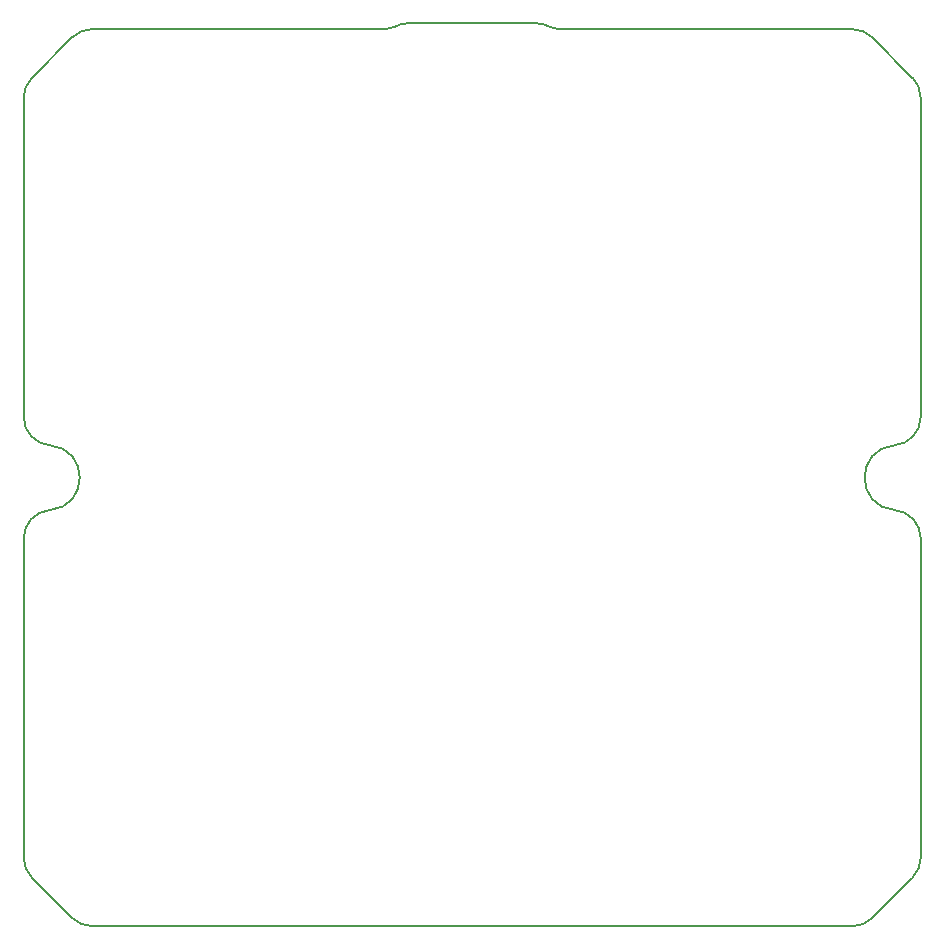
<source format=gbr>
%TF.GenerationSoftware,KiCad,Pcbnew,8.0.8*%
%TF.CreationDate,2025-03-01T19:05:43+01:00*%
%TF.ProjectId,numbpad,6e756d62-7061-4642-9e6b-696361645f70,rev?*%
%TF.SameCoordinates,Original*%
%TF.FileFunction,Profile,NP*%
%FSLAX46Y46*%
G04 Gerber Fmt 4.6, Leading zero omitted, Abs format (unit mm)*
G04 Created by KiCad (PCBNEW 8.0.8) date 2025-03-01 19:05:43*
%MOMM*%
%LPD*%
G01*
G04 APERTURE LIST*
%TA.AperFunction,Profile*%
%ADD10C,0.200000*%
%TD*%
G04 APERTURE END LIST*
D10*
X134761752Y-62037500D02*
X109906250Y-62037500D01*
X180056250Y-132187500D02*
G75*
G02*
X179353325Y-133884575I-2399850J-100D01*
G01*
X175953306Y-137284556D02*
X179353306Y-133884556D01*
X174256250Y-62037500D02*
X149395950Y-62037500D01*
X174256250Y-62037500D02*
G75*
G02*
X175953302Y-62740448I-50J-2400100D01*
G01*
X177842658Y-102754193D02*
G75*
G02*
X177842658Y-97270807I213642J2741693D01*
G01*
X106319842Y-97270807D02*
G75*
G02*
X104106232Y-94878060I186558J2392907D01*
G01*
X149395950Y-62037500D02*
G75*
G02*
X148661112Y-61845178I150J1500600D01*
G01*
X175953306Y-137284556D02*
G75*
G02*
X174256250Y-137987523I-1697006J1696856D01*
G01*
X135501396Y-61845192D02*
G75*
G02*
X134761752Y-62037487I-734796J1307692D01*
G01*
X106319842Y-97270807D02*
G75*
G02*
X106319842Y-102754193I-213592J-2741693D01*
G01*
X179353306Y-66140444D02*
G75*
G02*
X180056264Y-67837500I-1697006J-1697056D01*
G01*
X177842658Y-102754193D02*
G75*
G02*
X180056211Y-105130460I-186558J-2392907D01*
G01*
X104106250Y-105146938D02*
G75*
G02*
X106319842Y-102754189I2399850J138D01*
G01*
X147485450Y-61537500D02*
X136671784Y-61537500D01*
X180056250Y-94878100D02*
G75*
G02*
X177842658Y-97270804I-2399950J0D01*
G01*
X109906250Y-137987500D02*
G75*
G02*
X108209189Y-137284561I-50J2399900D01*
G01*
X108209194Y-62740444D02*
G75*
G02*
X109906250Y-62037524I1697106J-1697256D01*
G01*
X180056250Y-132187500D02*
X180056250Y-105130460D01*
X108209194Y-62740444D02*
X104809194Y-66140444D01*
X104106250Y-105146938D02*
X104106250Y-132187500D01*
X180056250Y-94878100D02*
X180056250Y-67837500D01*
X104106250Y-67837500D02*
G75*
G02*
X104809213Y-66140463I2400150J-100D01*
G01*
X147485450Y-61537500D02*
G75*
G02*
X148661111Y-61845180I150J-2399400D01*
G01*
X104106250Y-67837500D02*
X104106250Y-94878060D01*
X179353306Y-66140444D02*
X175953306Y-62740444D01*
X104809194Y-133884556D02*
X108209194Y-137284556D01*
X104809194Y-133884556D02*
G75*
G02*
X104106265Y-132187500I1697106J1697056D01*
G01*
X109906250Y-137987500D02*
X174256250Y-137987500D01*
X135501396Y-61845192D02*
G75*
G02*
X136671784Y-61537512I1175704J-2092408D01*
G01*
M02*

</source>
